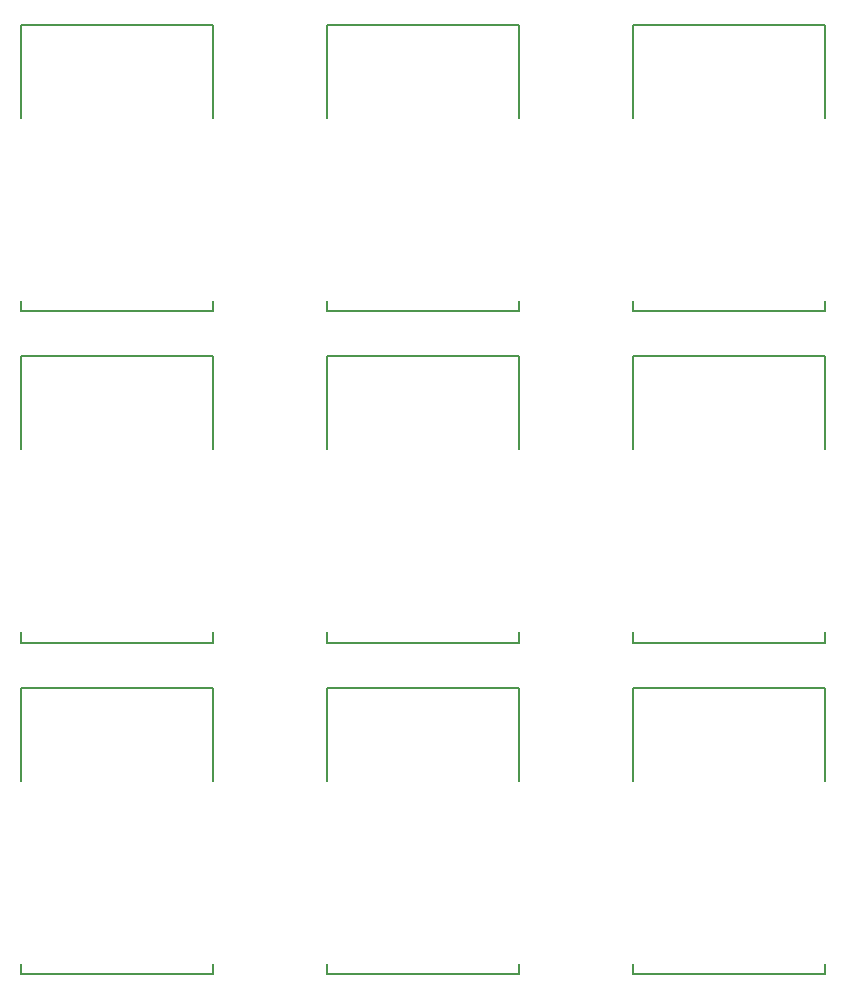
<source format=gbo>
G75*
%MOIN*%
%OFA0B0*%
%FSLAX25Y25*%
%IPPOS*%
%LPD*%
%AMOC8*
5,1,8,0,0,1.08239X$1,22.5*
%
%ADD10C,0.00700*%
D10*
X0046754Y0041006D02*
X0046754Y0044494D01*
X0046754Y0041006D02*
X0110746Y0041006D01*
X0110746Y0044494D01*
X0148754Y0044494D02*
X0148754Y0041006D01*
X0212746Y0041006D01*
X0212746Y0044494D01*
X0250754Y0044494D02*
X0250754Y0041006D01*
X0314746Y0041006D01*
X0314746Y0044494D01*
X0314746Y0105506D02*
X0314746Y0136494D01*
X0250754Y0136494D01*
X0250754Y0105506D01*
X0212746Y0105506D02*
X0212746Y0136494D01*
X0148754Y0136494D01*
X0148754Y0105506D01*
X0110746Y0105506D02*
X0110746Y0136494D01*
X0046754Y0136494D01*
X0046754Y0105506D01*
X0046754Y0151506D02*
X0046754Y0154994D01*
X0046754Y0151506D02*
X0110746Y0151506D01*
X0110746Y0154994D01*
X0148754Y0154994D02*
X0148754Y0151506D01*
X0212746Y0151506D01*
X0212746Y0154994D01*
X0250754Y0154994D02*
X0250754Y0151506D01*
X0314746Y0151506D01*
X0314746Y0154994D01*
X0314746Y0216006D02*
X0314746Y0246994D01*
X0250754Y0246994D01*
X0250754Y0216006D01*
X0212746Y0216006D02*
X0212746Y0246994D01*
X0148754Y0246994D01*
X0148754Y0216006D01*
X0110746Y0216006D02*
X0110746Y0246994D01*
X0046754Y0246994D01*
X0046754Y0216006D01*
X0046754Y0262006D02*
X0046754Y0265494D01*
X0046754Y0262006D02*
X0110746Y0262006D01*
X0110746Y0265494D01*
X0148754Y0265494D02*
X0148754Y0262006D01*
X0212746Y0262006D01*
X0212746Y0265494D01*
X0250754Y0265494D02*
X0250754Y0262006D01*
X0314746Y0262006D01*
X0314746Y0265494D01*
X0314746Y0326506D02*
X0314746Y0357494D01*
X0250754Y0357494D01*
X0250754Y0326506D01*
X0212746Y0326506D02*
X0212746Y0357494D01*
X0148754Y0357494D01*
X0148754Y0326506D01*
X0110746Y0326506D02*
X0110746Y0357494D01*
X0046754Y0357494D01*
X0046754Y0326506D01*
M02*

</source>
